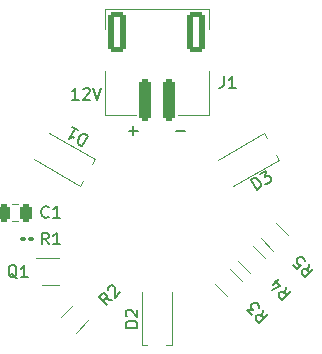
<source format=gto>
%TF.GenerationSoftware,KiCad,Pcbnew,(6.0.4)*%
%TF.CreationDate,2022-12-18T21:04:36-05:00*%
%TF.ProjectId,LEDModule,4c45444d-6f64-4756-9c65-2e6b69636164,rev?*%
%TF.SameCoordinates,Original*%
%TF.FileFunction,Legend,Top*%
%TF.FilePolarity,Positive*%
%FSLAX46Y46*%
G04 Gerber Fmt 4.6, Leading zero omitted, Abs format (unit mm)*
G04 Created by KiCad (PCBNEW (6.0.4)) date 2022-12-18 21:04:36*
%MOMM*%
%LPD*%
G01*
G04 APERTURE LIST*
G04 Aperture macros list*
%AMRoundRect*
0 Rectangle with rounded corners*
0 $1 Rounding radius*
0 $2 $3 $4 $5 $6 $7 $8 $9 X,Y pos of 4 corners*
0 Add a 4 corners polygon primitive as box body*
4,1,4,$2,$3,$4,$5,$6,$7,$8,$9,$2,$3,0*
0 Add four circle primitives for the rounded corners*
1,1,$1+$1,$2,$3*
1,1,$1+$1,$4,$5*
1,1,$1+$1,$6,$7*
1,1,$1+$1,$8,$9*
0 Add four rect primitives between the rounded corners*
20,1,$1+$1,$2,$3,$4,$5,0*
20,1,$1+$1,$4,$5,$6,$7,0*
20,1,$1+$1,$6,$7,$8,$9,0*
20,1,$1+$1,$8,$9,$2,$3,0*%
%AMRotRect*
0 Rectangle, with rotation*
0 The origin of the aperture is its center*
0 $1 length*
0 $2 width*
0 $3 Rotation angle, in degrees counterclockwise*
0 Add horizontal line*
21,1,$1,$2,0,0,$3*%
G04 Aperture macros list end*
%ADD10C,0.150000*%
%ADD11C,0.120000*%
%ADD12C,4.300000*%
%ADD13RoundRect,0.250000X-0.250000X-1.500000X0.250000X-1.500000X0.250000X1.500000X-0.250000X1.500000X0*%
%ADD14RoundRect,0.234375X-0.515625X-1.465625X0.515625X-1.465625X0.515625X1.465625X-0.515625X1.465625X0*%
%ADD15RoundRect,0.250000X0.662913X0.220971X0.220971X0.662913X-0.662913X-0.220971X-0.220971X-0.662913X0*%
%ADD16RoundRect,0.250000X-0.220971X0.662913X-0.662913X0.220971X0.220971X-0.662913X0.662913X-0.220971X0*%
%ADD17RoundRect,0.100000X-0.130000X-0.100000X0.130000X-0.100000X0.130000X0.100000X-0.130000X0.100000X0*%
%ADD18R,0.650000X0.400000*%
%ADD19RotRect,2.100000X1.800000X210.000000*%
%ADD20RotRect,0.600000X0.500000X210.000000*%
%ADD21RotRect,1.000000X1.800000X210.000000*%
%ADD22R,1.800000X2.100000*%
%ADD23R,0.500000X0.600000*%
%ADD24R,1.800000X1.000000*%
%ADD25RotRect,2.100000X1.800000X150.000000*%
%ADD26RotRect,0.600000X0.500000X150.000000*%
%ADD27RotRect,1.000000X1.800000X150.000000*%
%ADD28RoundRect,0.250000X-0.250000X-0.475000X0.250000X-0.475000X0.250000X0.475000X-0.250000X0.475000X0*%
G04 APERTURE END LIST*
D10*
X91619047Y-83071428D02*
X92380952Y-83071428D01*
X87619047Y-83071428D02*
X88380952Y-83071428D01*
X88000000Y-83452380D02*
X88000000Y-82690476D01*
X83380952Y-80452380D02*
X82809523Y-80452380D01*
X83095238Y-80452380D02*
X83095238Y-79452380D01*
X83000000Y-79595238D01*
X82904761Y-79690476D01*
X82809523Y-79738095D01*
X83761904Y-79547619D02*
X83809523Y-79500000D01*
X83904761Y-79452380D01*
X84142857Y-79452380D01*
X84238095Y-79500000D01*
X84285714Y-79547619D01*
X84333333Y-79642857D01*
X84333333Y-79738095D01*
X84285714Y-79880952D01*
X83714285Y-80452380D01*
X84333333Y-80452380D01*
X84619047Y-79452380D02*
X84952380Y-80452380D01*
X85285714Y-79452380D01*
%TO.C,*%
%TO.C,J1*%
X95666666Y-78452380D02*
X95666666Y-79166666D01*
X95619047Y-79309523D01*
X95523809Y-79404761D01*
X95380952Y-79452380D01*
X95285714Y-79452380D01*
X96666666Y-79452380D02*
X96095238Y-79452380D01*
X96380952Y-79452380D02*
X96380952Y-78452380D01*
X96285714Y-78595238D01*
X96190476Y-78690476D01*
X96095238Y-78738095D01*
%TO.C,R5*%
X102852606Y-94332843D02*
X102751591Y-94905263D01*
X103256667Y-94736904D02*
X102549561Y-95444011D01*
X102280186Y-95174637D01*
X102246515Y-95073622D01*
X102246515Y-95006278D01*
X102280186Y-94905263D01*
X102381202Y-94804248D01*
X102482217Y-94770576D01*
X102549561Y-94770576D01*
X102650576Y-94804248D01*
X102919950Y-95073622D01*
X101505736Y-94400186D02*
X101842454Y-94736904D01*
X102212843Y-94433858D01*
X102145499Y-94433858D01*
X102044484Y-94400186D01*
X101876125Y-94231828D01*
X101842454Y-94130812D01*
X101842454Y-94063469D01*
X101876125Y-93962454D01*
X102044484Y-93794095D01*
X102145499Y-93760423D01*
X102212843Y-93760423D01*
X102313858Y-93794095D01*
X102482217Y-93962454D01*
X102515889Y-94063469D01*
X102515889Y-94130812D01*
%TO.C,R4*%
X100912606Y-96272843D02*
X100811591Y-96845263D01*
X101316667Y-96676904D02*
X100609561Y-97384011D01*
X100340186Y-97114637D01*
X100306515Y-97013622D01*
X100306515Y-96946278D01*
X100340186Y-96845263D01*
X100441202Y-96744248D01*
X100542217Y-96710576D01*
X100609561Y-96710576D01*
X100710576Y-96744248D01*
X100979950Y-97013622D01*
X99835110Y-96138156D02*
X100306515Y-95666751D01*
X99734095Y-96575889D02*
X100407530Y-96239171D01*
X99969797Y-95801438D01*
%TO.C,R3*%
X98972606Y-98212843D02*
X98871591Y-98785263D01*
X99376667Y-98616904D02*
X98669561Y-99324011D01*
X98400186Y-99054637D01*
X98366515Y-98953622D01*
X98366515Y-98886278D01*
X98400186Y-98785263D01*
X98501202Y-98684248D01*
X98602217Y-98650576D01*
X98669561Y-98650576D01*
X98770576Y-98684248D01*
X99039950Y-98953622D01*
X98029797Y-98684248D02*
X97592064Y-98246515D01*
X98097141Y-98212843D01*
X97996125Y-98111828D01*
X97962454Y-98010812D01*
X97962454Y-97943469D01*
X97996125Y-97842454D01*
X98164484Y-97674095D01*
X98265499Y-97640423D01*
X98332843Y-97640423D01*
X98433858Y-97674095D01*
X98635889Y-97876125D01*
X98669561Y-97977141D01*
X98669561Y-98044484D01*
%TO.C,R2*%
X86202030Y-97437732D02*
X85629610Y-97336717D01*
X85797969Y-97841793D02*
X85090862Y-97134687D01*
X85360236Y-96865312D01*
X85461251Y-96831641D01*
X85528595Y-96831641D01*
X85629610Y-96865312D01*
X85730625Y-96966328D01*
X85764297Y-97067343D01*
X85764297Y-97134687D01*
X85730625Y-97235702D01*
X85461251Y-97505076D01*
X85831641Y-96528595D02*
X85831641Y-96461251D01*
X85865312Y-96360236D01*
X86033671Y-96191877D01*
X86134687Y-96158206D01*
X86202030Y-96158206D01*
X86303045Y-96191877D01*
X86370389Y-96259221D01*
X86437732Y-96393908D01*
X86437732Y-97202030D01*
X86875465Y-96764297D01*
%TO.C,R1*%
X80833333Y-92702380D02*
X80500000Y-92226190D01*
X80261904Y-92702380D02*
X80261904Y-91702380D01*
X80642857Y-91702380D01*
X80738095Y-91750000D01*
X80785714Y-91797619D01*
X80833333Y-91892857D01*
X80833333Y-92035714D01*
X80785714Y-92130952D01*
X80738095Y-92178571D01*
X80642857Y-92226190D01*
X80261904Y-92226190D01*
X81785714Y-92702380D02*
X81214285Y-92702380D01*
X81500000Y-92702380D02*
X81500000Y-91702380D01*
X81404761Y-91845238D01*
X81309523Y-91940476D01*
X81214285Y-91988095D01*
%TO.C,Q1*%
X78154761Y-95547619D02*
X78059523Y-95500000D01*
X77964285Y-95404761D01*
X77821428Y-95261904D01*
X77726190Y-95214285D01*
X77630952Y-95214285D01*
X77678571Y-95452380D02*
X77583333Y-95404761D01*
X77488095Y-95309523D01*
X77440476Y-95119047D01*
X77440476Y-94785714D01*
X77488095Y-94595238D01*
X77583333Y-94500000D01*
X77678571Y-94452380D01*
X77869047Y-94452380D01*
X77964285Y-94500000D01*
X78059523Y-94595238D01*
X78107142Y-94785714D01*
X78107142Y-95119047D01*
X78059523Y-95309523D01*
X77964285Y-95404761D01*
X77869047Y-95452380D01*
X77678571Y-95452380D01*
X79059523Y-95452380D02*
X78488095Y-95452380D01*
X78773809Y-95452380D02*
X78773809Y-94452380D01*
X78678571Y-94595238D01*
X78583333Y-94690476D01*
X78488095Y-94738095D01*
%TO.C,D3*%
X98436981Y-88079474D02*
X97936981Y-87213448D01*
X98143177Y-87094400D01*
X98290705Y-87064211D01*
X98420802Y-87099071D01*
X98509661Y-87157740D01*
X98646138Y-87298888D01*
X98717567Y-87422605D01*
X98771565Y-87611372D01*
X98777945Y-87717660D01*
X98743086Y-87847758D01*
X98643177Y-87960426D01*
X98436981Y-88079474D01*
X98720528Y-86761067D02*
X99256639Y-86451543D01*
X99158440Y-86948124D01*
X99282157Y-86876696D01*
X99388446Y-86870316D01*
X99453494Y-86887746D01*
X99542353Y-86946415D01*
X99661400Y-87152612D01*
X99667780Y-87258900D01*
X99650350Y-87323948D01*
X99591681Y-87412807D01*
X99344245Y-87555664D01*
X99237957Y-87562044D01*
X99172908Y-87544614D01*
%TO.C,D2*%
X88352380Y-99738095D02*
X87352380Y-99738095D01*
X87352380Y-99500000D01*
X87400000Y-99357142D01*
X87495238Y-99261904D01*
X87590476Y-99214285D01*
X87780952Y-99166666D01*
X87923809Y-99166666D01*
X88114285Y-99214285D01*
X88209523Y-99261904D01*
X88304761Y-99357142D01*
X88352380Y-99500000D01*
X88352380Y-99738095D01*
X87447619Y-98785714D02*
X87400000Y-98738095D01*
X87352380Y-98642857D01*
X87352380Y-98404761D01*
X87400000Y-98309523D01*
X87447619Y-98261904D01*
X87542857Y-98214285D01*
X87638095Y-98214285D01*
X87780952Y-98261904D01*
X88352380Y-98833333D01*
X88352380Y-98214285D01*
%TO.C,D1*%
X84147098Y-83503717D02*
X83647098Y-84369742D01*
X83440902Y-84250695D01*
X83340993Y-84138027D01*
X83306134Y-84007929D01*
X83312513Y-83901641D01*
X83366512Y-83712874D01*
X83437941Y-83589156D01*
X83574418Y-83448008D01*
X83663277Y-83389339D01*
X83793374Y-83354480D01*
X83940902Y-83384669D01*
X84147098Y-83503717D01*
X82827440Y-82741812D02*
X83322312Y-83027526D01*
X83074876Y-82884669D02*
X82574876Y-83750695D01*
X82728783Y-83674596D01*
X82858881Y-83639736D01*
X82965169Y-83646116D01*
%TO.C,C1*%
X80833333Y-90357142D02*
X80785714Y-90404761D01*
X80642857Y-90452380D01*
X80547619Y-90452380D01*
X80404761Y-90404761D01*
X80309523Y-90309523D01*
X80261904Y-90214285D01*
X80214285Y-90023809D01*
X80214285Y-89880952D01*
X80261904Y-89690476D01*
X80309523Y-89595238D01*
X80404761Y-89500000D01*
X80547619Y-89452380D01*
X80642857Y-89452380D01*
X80785714Y-89500000D01*
X80833333Y-89547619D01*
X81785714Y-90452380D02*
X81214285Y-90452380D01*
X81500000Y-90452380D02*
X81500000Y-89452380D01*
X81404761Y-89595238D01*
X81309523Y-89690476D01*
X81214285Y-89738095D01*
D11*
%TO.C,J1*%
X85600000Y-81750000D02*
X88250000Y-81750000D01*
X94400000Y-81750000D02*
X91750000Y-81750000D01*
X94400000Y-72750000D02*
X94400000Y-74500000D01*
X94400000Y-78000000D02*
X94400000Y-81750000D01*
X85600000Y-72750000D02*
X94400000Y-72750000D01*
X85600000Y-74500000D02*
X85600000Y-72750000D01*
X85600000Y-78000000D02*
X85600000Y-81750000D01*
%TO.C,R5*%
X101097579Y-91930645D02*
X100069355Y-90902421D01*
X99810645Y-93217579D02*
X98782421Y-92189355D01*
%TO.C,R4*%
X99157579Y-93870645D02*
X98129355Y-92842421D01*
X97870645Y-95157579D02*
X96842421Y-94129355D01*
%TO.C,R3*%
X97217579Y-95810645D02*
X96189355Y-94782421D01*
X95930645Y-97097579D02*
X94902421Y-96069355D01*
%TO.C,R2*%
X84157579Y-99129355D02*
X83129355Y-100157579D01*
X82870645Y-97842421D02*
X81842421Y-98870645D01*
%TO.C,Q1*%
X80300000Y-96160000D02*
X81700000Y-96160000D01*
X81700000Y-93840000D02*
X79800000Y-93840000D01*
%TO.C,D3*%
X96458142Y-87775833D02*
X100355256Y-85525833D01*
X99055256Y-83274167D02*
X99305256Y-83707180D01*
X99055256Y-83274167D02*
X95158142Y-85524167D01*
X100355256Y-85525833D02*
X100105256Y-85092820D01*
%TO.C,D2*%
X88700000Y-96700000D02*
X88700000Y-101200000D01*
X91300000Y-101200000D02*
X90800000Y-101200000D01*
X91300000Y-101200000D02*
X91300000Y-96700000D01*
X88700000Y-101200000D02*
X89200000Y-101200000D01*
%TO.C,D1*%
X79558142Y-85475833D02*
X83455256Y-87725833D01*
X84755256Y-85474167D02*
X84505256Y-85907180D01*
X84755256Y-85474167D02*
X80858142Y-83224167D01*
X83455256Y-87725833D02*
X83705256Y-87292820D01*
%TO.C,C1*%
X77738748Y-90735000D02*
X78261252Y-90735000D01*
X77738748Y-89265000D02*
X78261252Y-89265000D01*
%TD*%
%LPC*%
D12*
%TO.C,*%
X90000000Y-90000000D03*
%TD*%
D13*
%TO.C,J1*%
X89000000Y-80500000D03*
X91000000Y-80500000D03*
D14*
X93350000Y-74750000D03*
X86650000Y-74750000D03*
%TD*%
D15*
%TO.C,R5*%
X100974144Y-93094144D03*
X98905856Y-91025856D03*
%TD*%
%TO.C,R4*%
X99034144Y-95034144D03*
X96965856Y-92965856D03*
%TD*%
%TO.C,R3*%
X97094144Y-96974144D03*
X95025856Y-94905856D03*
%TD*%
D16*
%TO.C,R2*%
X81965856Y-100034144D03*
X84034144Y-97965856D03*
%TD*%
D17*
%TO.C,R1*%
X78680000Y-92250000D03*
X79320000Y-92250000D03*
%TD*%
D18*
%TO.C,Q1*%
X80050000Y-94350000D03*
X80050000Y-95000000D03*
X80050000Y-95650000D03*
X81950000Y-95650000D03*
X81950000Y-95000000D03*
X81950000Y-94350000D03*
%TD*%
D19*
%TO.C,D3*%
X98449519Y-85125000D03*
D20*
X96241154Y-86400000D03*
D21*
X96674167Y-86150000D03*
%TD*%
D22*
%TO.C,D2*%
X90000000Y-99750000D03*
D23*
X90000000Y-97200000D03*
D24*
X90000000Y-97700000D03*
%TD*%
D25*
%TO.C,D1*%
X82849519Y-85875000D03*
D26*
X80641154Y-84600000D03*
D27*
X81074167Y-84850000D03*
%TD*%
D28*
%TO.C,C1*%
X77050000Y-90000000D03*
X78950000Y-90000000D03*
%TD*%
M02*

</source>
